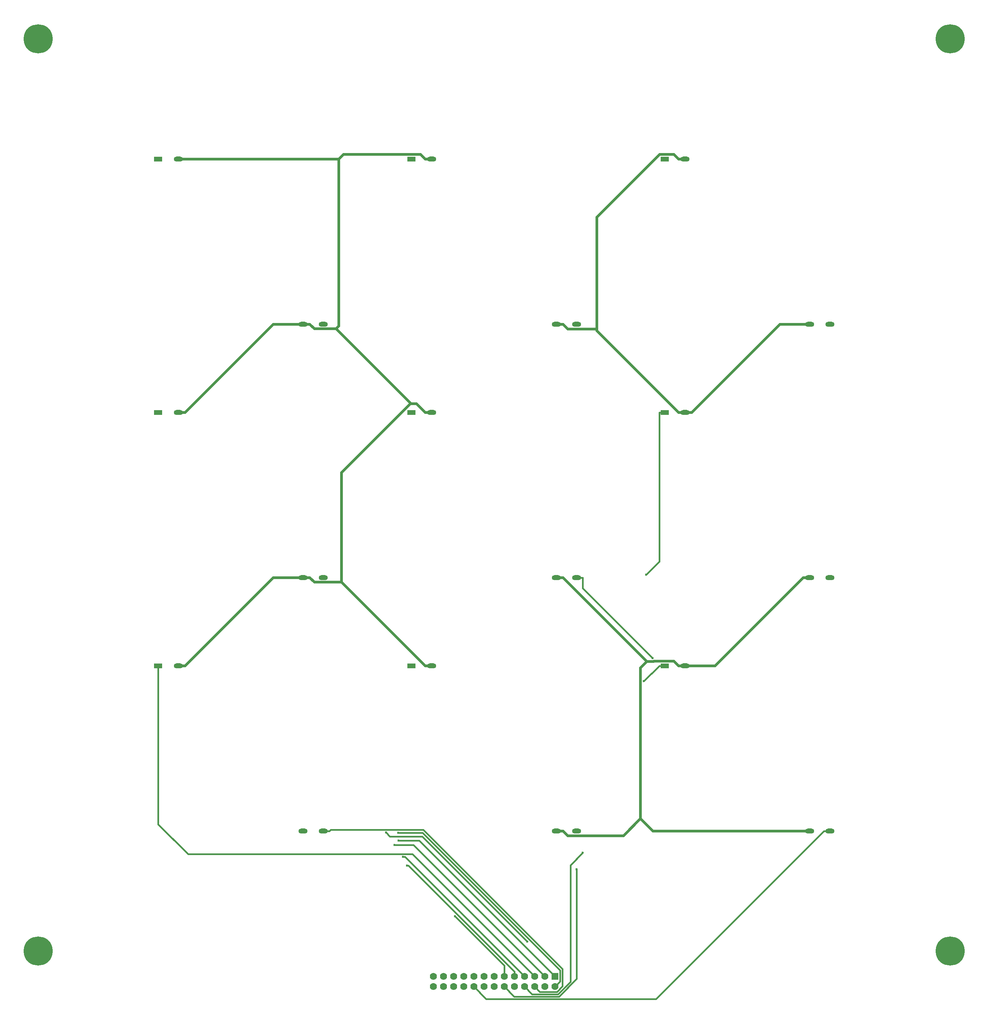
<source format=gbr>
G04 #@! TF.FileFunction,Copper,L1,Top,Signal*
%FSLAX46Y46*%
G04 Gerber Fmt 4.6, Leading zero omitted, Abs format (unit mm)*
G04 Created by KiCad (PCBNEW 4.0.7-e2-6376~58~ubuntu16.04.1) date Wed Nov 28 15:41:44 2018*
%MOMM*%
%LPD*%
G01*
G04 APERTURE LIST*
%ADD10C,0.100000*%
%ADD11C,7.289800*%
%ADD12R,1.778000X1.778000*%
%ADD13C,1.778000*%
%ADD14R,2.032000X1.270000*%
%ADD15O,2.286000X1.270000*%
%ADD16C,0.600000*%
%ADD17C,0.381000*%
%ADD18C,0.635000*%
G04 APERTURE END LIST*
D10*
D11*
X38100000Y-38100000D03*
X266700000Y-38100000D03*
X266700000Y-266700000D03*
X38100000Y-266700000D03*
D12*
X167640000Y-273050000D03*
D13*
X167640000Y-275590000D03*
X165100000Y-273050000D03*
X165100000Y-275590000D03*
X162560000Y-273050000D03*
X162560000Y-275590000D03*
X160020000Y-273050000D03*
X160020000Y-275590000D03*
X157480000Y-273050000D03*
X157480000Y-275590000D03*
X154940000Y-273050000D03*
X154940000Y-275590000D03*
X152400000Y-273050000D03*
X152400000Y-275590000D03*
X149860000Y-273050000D03*
X149860000Y-275590000D03*
X147320000Y-273050000D03*
X147320000Y-275590000D03*
X144780000Y-273050000D03*
X144780000Y-275590000D03*
X142240000Y-273050000D03*
X142240000Y-275590000D03*
X139700000Y-273050000D03*
X139700000Y-275590000D03*
X137160000Y-273050000D03*
X137160000Y-275590000D03*
D14*
X195199000Y-195199000D03*
D15*
X200279000Y-195199000D03*
X231521000Y-236601000D03*
X236601000Y-236601000D03*
D14*
X195199000Y-131699000D03*
D15*
X200279000Y-131699000D03*
X231521000Y-173101000D03*
X236601000Y-173101000D03*
D14*
X195199000Y-68199000D03*
D15*
X200279000Y-68199000D03*
X231521000Y-109601000D03*
X236601000Y-109601000D03*
D14*
X131699000Y-195199000D03*
D15*
X136779000Y-195199000D03*
X168021000Y-236601000D03*
X173101000Y-236601000D03*
D14*
X131699000Y-131699000D03*
D15*
X136779000Y-131699000D03*
X168021000Y-173101000D03*
X173101000Y-173101000D03*
D14*
X131699000Y-68199000D03*
D15*
X136779000Y-68199000D03*
X168021000Y-109601000D03*
X173101000Y-109601000D03*
D14*
X68199000Y-195199000D03*
D15*
X73279000Y-195199000D03*
X104521000Y-236601000D03*
X109601000Y-236601000D03*
D14*
X68199000Y-131699000D03*
D15*
X73279000Y-131699000D03*
X104521000Y-173101000D03*
X109601000Y-173101000D03*
D14*
X68199000Y-68199000D03*
D15*
X73279000Y-68199000D03*
X104521000Y-109601000D03*
X109601000Y-109601000D03*
D16*
X128468700Y-239029500D03*
X128350300Y-237068600D03*
X127425400Y-240117200D03*
X125341100Y-237011000D03*
X160744600Y-264339500D03*
X129550900Y-243109300D03*
X174638000Y-242074000D03*
X142565600Y-257933600D03*
X173101000Y-246211700D03*
X130595400Y-245272500D03*
X192138200Y-193249000D03*
X190505200Y-172374400D03*
X189916000Y-199073400D03*
D17*
X133619500Y-239029500D02*
X167640000Y-273050000D01*
X128468700Y-239029500D02*
X133619500Y-239029500D01*
D18*
X73279000Y-68199000D02*
X74943000Y-68199000D01*
X136779000Y-68199000D02*
X135115000Y-68199000D01*
X168021000Y-236601000D02*
X169685000Y-236601000D01*
X231521000Y-236601000D02*
X229857000Y-236601000D01*
X224041000Y-109601000D02*
X201943000Y-131699000D01*
X231521000Y-109601000D02*
X224041000Y-109601000D01*
X200279000Y-131699000D02*
X201943000Y-131699000D01*
X73279000Y-131699000D02*
X74943000Y-131699000D01*
X73279000Y-195199000D02*
X74943000Y-195199000D01*
X136779000Y-195199000D02*
X135115000Y-195199000D01*
X97041000Y-173101000D02*
X104521000Y-173101000D01*
X74943000Y-195199000D02*
X97041000Y-173101000D01*
X104521000Y-173101000D02*
X106185000Y-173101000D01*
X97041000Y-109601000D02*
X104521000Y-109601000D01*
X74943000Y-131699000D02*
X97041000Y-109601000D01*
X104521000Y-109601000D02*
X106185000Y-109601000D01*
X207759000Y-195199000D02*
X200279000Y-195199000D01*
X229857000Y-173101000D02*
X207759000Y-195199000D01*
X231521000Y-173101000D02*
X229857000Y-173101000D01*
X168021000Y-109601000D02*
X169685000Y-109601000D01*
X200279000Y-131699000D02*
X198615000Y-131699000D01*
X200279000Y-68199000D02*
X198615000Y-68199000D01*
X170881000Y-110797000D02*
X178181000Y-110797000D01*
X169685000Y-109601000D02*
X170881000Y-110797000D01*
X178181000Y-111265000D02*
X178181000Y-110797000D01*
X198615000Y-131699000D02*
X178181000Y-111265000D01*
X197459000Y-67043000D02*
X198615000Y-68199000D01*
X193953500Y-67043000D02*
X197459000Y-67043000D01*
X178181000Y-82815500D02*
X193953500Y-67043000D01*
X178181000Y-110797000D02*
X178181000Y-82815500D01*
X136779000Y-131699000D02*
X135115000Y-131699000D01*
X74943000Y-68199000D02*
X113497400Y-68199000D01*
X133959000Y-67043000D02*
X135115000Y-68199000D01*
X114653400Y-67043000D02*
X133959000Y-67043000D01*
X113497400Y-68199000D02*
X114653400Y-67043000D01*
X113497400Y-110081400D02*
X112821100Y-110757700D01*
X113497400Y-68199000D02*
X113497400Y-110081400D01*
X107341700Y-110757700D02*
X106185000Y-109601000D01*
X112821100Y-110757700D02*
X107341700Y-110757700D01*
X131462200Y-129398800D02*
X131462200Y-129548000D01*
X112821100Y-110757700D02*
X131462200Y-129398800D01*
X132964000Y-129548000D02*
X135115000Y-131699000D01*
X131462200Y-129548000D02*
X132964000Y-129548000D01*
X114173100Y-146837100D02*
X131462200Y-129548000D01*
X114173100Y-174257100D02*
X114173100Y-146837100D01*
X107341100Y-174257100D02*
X114173100Y-174257100D01*
X106185000Y-173101000D02*
X107341100Y-174257100D01*
X114173100Y-174257100D02*
X135115000Y-195199000D01*
X168021000Y-173101000D02*
X169685000Y-173101000D01*
X200279000Y-195199000D02*
X198615000Y-195199000D01*
X169685000Y-173101000D02*
X190706000Y-194122000D01*
X197459000Y-194043000D02*
X198615000Y-195199000D01*
X192505300Y-194043000D02*
X197459000Y-194043000D01*
X192426300Y-194122000D02*
X192505300Y-194043000D01*
X190706000Y-194122000D02*
X192426300Y-194122000D01*
X170863200Y-237779200D02*
X169685000Y-236601000D01*
X184811300Y-237779200D02*
X170863200Y-237779200D01*
X189095000Y-233495500D02*
X184811300Y-237779200D01*
X189095000Y-195733000D02*
X189095000Y-233495500D01*
X190706000Y-194122000D02*
X189095000Y-195733000D01*
X192200500Y-236601000D02*
X229857000Y-236601000D01*
X189095000Y-233495500D02*
X192200500Y-236601000D01*
D17*
X168923100Y-274306900D02*
X167640000Y-275590000D01*
X168923100Y-271504100D02*
X168923100Y-274306900D01*
X134487600Y-237068600D02*
X168923100Y-271504100D01*
X128350300Y-237068600D02*
X134487600Y-237068600D01*
X132167200Y-240117200D02*
X165100000Y-273050000D01*
X127425400Y-240117200D02*
X132167200Y-240117200D01*
X134374300Y-237969200D02*
X160744600Y-264339500D01*
X126299300Y-237969200D02*
X134374300Y-237969200D01*
X125341100Y-237011000D02*
X126299300Y-237969200D01*
X68199000Y-234921000D02*
X68199000Y-195199000D01*
X75693300Y-242415300D02*
X68199000Y-234921000D01*
X131925300Y-242415300D02*
X75693300Y-242415300D01*
X162560000Y-273050000D02*
X131925300Y-242415300D01*
X109601000Y-236601000D02*
X111138000Y-236601000D01*
X111423900Y-236315100D02*
X111138000Y-236601000D01*
X134642600Y-236315100D02*
X111423900Y-236315100D01*
X169514000Y-271186500D02*
X134642600Y-236315100D01*
X169514000Y-275536400D02*
X169514000Y-271186500D01*
X168140500Y-276909900D02*
X169514000Y-275536400D01*
X163879900Y-276909900D02*
X168140500Y-276909900D01*
X162560000Y-275590000D02*
X163879900Y-276909900D01*
X130079300Y-243109300D02*
X160020000Y-273050000D01*
X129550900Y-243109300D02*
X130079300Y-243109300D01*
X171553200Y-245158800D02*
X174638000Y-242074000D01*
X171553200Y-274380200D02*
X171553200Y-245158800D01*
X168424100Y-277509300D02*
X171553200Y-274380200D01*
X161939300Y-277509300D02*
X168424100Y-277509300D01*
X160020000Y-275590000D02*
X161939300Y-277509300D01*
X154940000Y-270308000D02*
X154940000Y-273050000D01*
X142565600Y-257933600D02*
X154940000Y-270308000D01*
X173101000Y-273659100D02*
X173101000Y-246211700D01*
X168666200Y-278093900D02*
X173101000Y-273659100D01*
X157443900Y-278093900D02*
X168666200Y-278093900D01*
X154940000Y-275590000D02*
X157443900Y-278093900D01*
X130886000Y-245272500D02*
X130595400Y-245272500D01*
X157480000Y-271866500D02*
X130886000Y-245272500D01*
X157480000Y-273050000D02*
X157480000Y-271866500D01*
X174638000Y-175748800D02*
X192138200Y-193249000D01*
X174638000Y-173101000D02*
X174638000Y-175748800D01*
X173101000Y-173101000D02*
X174638000Y-173101000D01*
X193789000Y-169090600D02*
X190505200Y-172374400D01*
X193789000Y-131699000D02*
X193789000Y-169090600D01*
X195199000Y-131699000D02*
X193789000Y-131699000D01*
X195199000Y-195199000D02*
X193789000Y-195199000D01*
X193789000Y-195200400D02*
X189916000Y-199073400D01*
X193789000Y-195199000D02*
X193789000Y-195200400D01*
X236601000Y-236601000D02*
X235064000Y-236601000D01*
X192986500Y-278678500D02*
X235064000Y-236601000D01*
X150408500Y-278678500D02*
X192986500Y-278678500D01*
X147320000Y-275590000D02*
X150408500Y-278678500D01*
M02*

</source>
